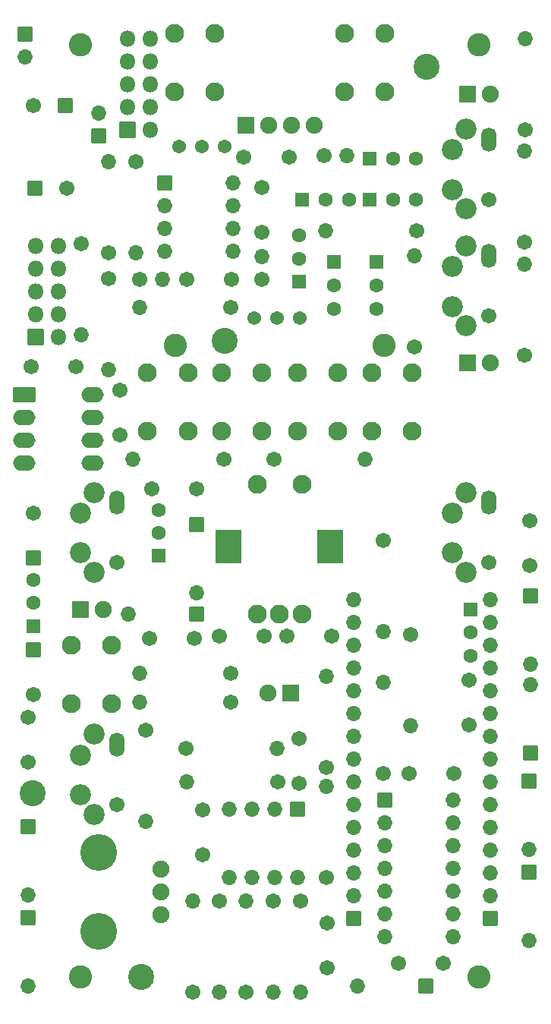
<source format=gbr>
%TF.GenerationSoftware,KiCad,Pcbnew,(6.0.1)*%
%TF.CreationDate,2022-11-27T12:18:11-08:00*%
%TF.ProjectId,Spankulator,5370616e-6b75-46c6-9174-6f722e6b6963,5.0*%
%TF.SameCoordinates,Original*%
%TF.FileFunction,Soldermask,Bot*%
%TF.FilePolarity,Negative*%
%FSLAX46Y46*%
G04 Gerber Fmt 4.6, Leading zero omitted, Abs format (unit mm)*
G04 Created by KiCad (PCBNEW (6.0.1)) date 2022-11-27 12:18:11*
%MOMM*%
%LPD*%
G01*
G04 APERTURE LIST*
G04 Aperture macros list*
%AMRoundRect*
0 Rectangle with rounded corners*
0 $1 Rounding radius*
0 $2 $3 $4 $5 $6 $7 $8 $9 X,Y pos of 4 corners*
0 Add a 4 corners polygon primitive as box body*
4,1,4,$2,$3,$4,$5,$6,$7,$8,$9,$2,$3,0*
0 Add four circle primitives for the rounded corners*
1,1,$1+$1,$2,$3*
1,1,$1+$1,$4,$5*
1,1,$1+$1,$6,$7*
1,1,$1+$1,$8,$9*
0 Add four rect primitives between the rounded corners*
20,1,$1+$1,$2,$3,$4,$5,0*
20,1,$1+$1,$4,$5,$6,$7,0*
20,1,$1+$1,$6,$7,$8,$9,0*
20,1,$1+$1,$8,$9,$2,$3,0*%
G04 Aperture macros list end*
%ADD10RoundRect,0.051000X0.800000X0.800000X-0.800000X0.800000X-0.800000X-0.800000X0.800000X-0.800000X0*%
%ADD11C,1.702000*%
%ADD12RoundRect,0.051000X-0.800000X-0.800000X0.800000X-0.800000X0.800000X0.800000X-0.800000X0.800000X0*%
%ADD13RoundRect,0.051000X-0.900000X-0.900000X0.900000X-0.900000X0.900000X0.900000X-0.900000X0.900000X0*%
%ADD14C,1.902000*%
%ADD15C,2.352000*%
%ADD16O,1.702000X2.702000*%
%ADD17O,1.702000X1.702000*%
%ADD18C,2.102000*%
%ADD19RoundRect,0.051000X-1.400000X-1.800000X1.400000X-1.800000X1.400000X1.800000X-1.400000X1.800000X0*%
%ADD20C,2.902000*%
%ADD21C,2.602000*%
%ADD22RoundRect,0.051000X0.900000X0.900000X-0.900000X0.900000X-0.900000X-0.900000X0.900000X-0.900000X0*%
%ADD23C,4.102000*%
%ADD24RoundRect,0.051000X-0.800000X0.800000X-0.800000X-0.800000X0.800000X-0.800000X0.800000X0.800000X0*%
%ADD25RoundRect,0.051000X0.800000X-0.800000X0.800000X0.800000X-0.800000X0.800000X-0.800000X-0.800000X0*%
%ADD26RoundRect,0.051000X-0.750000X0.750000X-0.750000X-0.750000X0.750000X-0.750000X0.750000X0.750000X0*%
%ADD27C,1.602000*%
%ADD28RoundRect,0.051000X0.750000X0.750000X-0.750000X0.750000X-0.750000X-0.750000X0.750000X-0.750000X0*%
%ADD29RoundRect,0.051000X-1.200000X-0.800000X1.200000X-0.800000X1.200000X0.800000X-1.200000X0.800000X0*%
%ADD30O,2.502000X1.702000*%
%ADD31RoundRect,0.051000X0.750000X-0.750000X0.750000X0.750000X-0.750000X0.750000X-0.750000X-0.750000X0*%
%ADD32RoundRect,0.051000X-0.850000X-0.850000X0.850000X-0.850000X0.850000X0.850000X-0.850000X0.850000X0*%
%ADD33O,1.802000X1.802000*%
%ADD34C,1.542000*%
G04 APERTURE END LIST*
D10*
X61280000Y-49320000D03*
D11*
X57780000Y-49320000D03*
D12*
X57960000Y-58480000D03*
D11*
X61460000Y-58480000D03*
D13*
X106160000Y-48000000D03*
D14*
X108700000Y-48000000D03*
D13*
X63000000Y-105500000D03*
D14*
X65540000Y-105500000D03*
D15*
X64500000Y-101330000D03*
X64500000Y-92430000D03*
X63000000Y-99180000D03*
X63000000Y-94730000D03*
D16*
X67050000Y-93590000D03*
D11*
X67050000Y-100270000D03*
D15*
X106000000Y-60830000D03*
X106000000Y-51930000D03*
X104500000Y-58680000D03*
X104500000Y-54230000D03*
D16*
X108550000Y-53090000D03*
D11*
X108550000Y-59770000D03*
D15*
X106000000Y-73830000D03*
X106000000Y-64930000D03*
X104500000Y-71680000D03*
X104500000Y-67230000D03*
D16*
X108550000Y-66090000D03*
D11*
X108550000Y-72770000D03*
D15*
X106000000Y-101330000D03*
X106000000Y-92430000D03*
X104500000Y-99180000D03*
X104500000Y-94730000D03*
D16*
X108550000Y-93590000D03*
D11*
X108550000Y-100270000D03*
D15*
X64500000Y-128330000D03*
X64500000Y-119430000D03*
X63000000Y-126180000D03*
X63000000Y-121730000D03*
D16*
X67050000Y-120590000D03*
D11*
X67050000Y-127270000D03*
X79800000Y-112600000D03*
D17*
X69640000Y-112600000D03*
D11*
X96750000Y-123750000D03*
D17*
X96750000Y-113590000D03*
D11*
X79800000Y-115800000D03*
D17*
X69640000Y-115800000D03*
D11*
X69230000Y-55560000D03*
D17*
X69230000Y-65720000D03*
D11*
X100250000Y-76250000D03*
D17*
X100250000Y-66090000D03*
D18*
X82700000Y-91500000D03*
X87700000Y-91500000D03*
D19*
X90900000Y-98500000D03*
X79500000Y-98500000D03*
D18*
X82700000Y-106000000D03*
X87700000Y-106000000D03*
X85200000Y-106000000D03*
X62000000Y-116000000D03*
X62000000Y-109500000D03*
X66500000Y-109500000D03*
X66500000Y-116000000D03*
X87250000Y-85600000D03*
X87250000Y-79100000D03*
X91750000Y-85600000D03*
X91750000Y-79100000D03*
X70500000Y-79100000D03*
X70500000Y-85600000D03*
X75000000Y-85600000D03*
X75000000Y-79100000D03*
X78750000Y-79100000D03*
X78750000Y-85600000D03*
X83250000Y-85600000D03*
X83250000Y-79100000D03*
X95500000Y-85600000D03*
X95500000Y-79100000D03*
X100000000Y-79100000D03*
X100000000Y-85600000D03*
D20*
X69750000Y-146500000D03*
D12*
X97000000Y-126750000D03*
D17*
X97000000Y-129290000D03*
X97000000Y-131830000D03*
X97000000Y-134370000D03*
X97000000Y-136910000D03*
X97000000Y-139450000D03*
X97000000Y-141990000D03*
X104620000Y-141990000D03*
X104620000Y-139450000D03*
X104620000Y-136910000D03*
X104620000Y-134370000D03*
X104620000Y-131830000D03*
X104620000Y-129290000D03*
X104620000Y-126750000D03*
D18*
X92500000Y-41250000D03*
X92500000Y-47750000D03*
X97000000Y-47750000D03*
X97000000Y-41250000D03*
D21*
X107500000Y-146500000D03*
X63000000Y-146500000D03*
X63000000Y-42500000D03*
X107500000Y-42500000D03*
D11*
X70700000Y-108750000D03*
X75700000Y-108750000D03*
X104700000Y-123800000D03*
X99700000Y-123800000D03*
X81250000Y-55050000D03*
X86250000Y-55050000D03*
X74840000Y-68690000D03*
X79840000Y-68690000D03*
D13*
X106160000Y-78000000D03*
D14*
X108700000Y-78000000D03*
D13*
X81440000Y-51500000D03*
D14*
X83980000Y-51500000D03*
X86520000Y-51500000D03*
X89060000Y-51500000D03*
D18*
X73500000Y-41250000D03*
X73500000Y-47750000D03*
X78000000Y-47750000D03*
X78000000Y-41250000D03*
D22*
X86470000Y-114800000D03*
D14*
X83930000Y-114800000D03*
D11*
X84500000Y-138000000D03*
D17*
X84500000Y-148160000D03*
D11*
X90400000Y-123100000D03*
D17*
X90400000Y-112940000D03*
D11*
X74800000Y-121000000D03*
D17*
X84960000Y-121000000D03*
D11*
X85000000Y-124700000D03*
D17*
X74840000Y-124700000D03*
D11*
X90400000Y-135400000D03*
D17*
X90400000Y-125240000D03*
D11*
X81500000Y-148150000D03*
D17*
X81500000Y-137990000D03*
D11*
X78500000Y-138000000D03*
D17*
X78500000Y-148160000D03*
D23*
X65000000Y-132600000D03*
X65000000Y-141400000D03*
D14*
X72000000Y-134500000D03*
X72000000Y-137000000D03*
X72000000Y-139500000D03*
D11*
X87400000Y-124900000D03*
X87400000Y-119900000D03*
X86000000Y-108500000D03*
X91000000Y-108500000D03*
X83500000Y-108500000D03*
X78500000Y-108500000D03*
X57150000Y-117500000D03*
X57150000Y-122500000D03*
X87550000Y-138000000D03*
D17*
X87550000Y-148160000D03*
D11*
X79000000Y-88700000D03*
D17*
X68840000Y-88700000D03*
D12*
X72400000Y-57950000D03*
D17*
X72400000Y-60490000D03*
X72400000Y-63030000D03*
X72400000Y-65570000D03*
X80020000Y-65570000D03*
X80020000Y-63030000D03*
X80020000Y-60490000D03*
X80020000Y-57950000D03*
D24*
X87250000Y-127750000D03*
D17*
X84710000Y-127750000D03*
X82170000Y-127750000D03*
X79630000Y-127750000D03*
X79630000Y-135370000D03*
X82170000Y-135370000D03*
X84710000Y-135370000D03*
X87250000Y-135370000D03*
D11*
X112500000Y-64500000D03*
D17*
X112500000Y-54340000D03*
D11*
X76600000Y-132850000D03*
X76600000Y-127850000D03*
D25*
X113230000Y-121500000D03*
D17*
X113230000Y-113880000D03*
D10*
X101500000Y-147500000D03*
D17*
X93880000Y-147500000D03*
D21*
X73550000Y-76000000D03*
X96850000Y-76000000D03*
D26*
X87360000Y-68960000D03*
D27*
X87360000Y-66360000D03*
X87360000Y-63760000D03*
D28*
X87750000Y-59750000D03*
D27*
X90350000Y-59750000D03*
X92950000Y-59750000D03*
D11*
X79810000Y-71776000D03*
D17*
X69650000Y-71776000D03*
D11*
X69610000Y-68670000D03*
D17*
X72150000Y-68670000D03*
D11*
X83250000Y-68670000D03*
D17*
X83250000Y-66130000D03*
D11*
X100500000Y-63250000D03*
D17*
X90340000Y-63250000D03*
D11*
X57530000Y-78420000D03*
X62530000Y-78420000D03*
D29*
X56750000Y-81510000D03*
D30*
X56750000Y-84050000D03*
X56750000Y-86590000D03*
X56750000Y-89130000D03*
X64370000Y-89130000D03*
X64370000Y-86590000D03*
X64370000Y-84050000D03*
X64370000Y-81510000D03*
D24*
X113086000Y-124608000D03*
D17*
X113086000Y-132228000D03*
D24*
X113086000Y-134768000D03*
D17*
X113086000Y-142388000D03*
D24*
X75930000Y-96040000D03*
D17*
X75930000Y-103660000D03*
D10*
X75970000Y-106040000D03*
D17*
X68350000Y-106040000D03*
D24*
X113230000Y-103980000D03*
D17*
X113230000Y-111600000D03*
D11*
X84600000Y-88700000D03*
D17*
X94760000Y-88700000D03*
D26*
X57750000Y-107374999D03*
D27*
X57750000Y-104774999D03*
X57750000Y-102174999D03*
D24*
X57750000Y-110000000D03*
D11*
X57750000Y-115000000D03*
D25*
X57750000Y-99750000D03*
D11*
X57750000Y-94750000D03*
X90500000Y-140500000D03*
X90500000Y-145500000D03*
X75500000Y-148160000D03*
D17*
X75500000Y-138000000D03*
D31*
X96000000Y-66750000D03*
D27*
X96000000Y-69350000D03*
X96000000Y-71950000D03*
D28*
X95250000Y-59750000D03*
D27*
X97850000Y-59750000D03*
X100450000Y-59750000D03*
D11*
X90155000Y-54870000D03*
D17*
X92695000Y-54870000D03*
D31*
X91250000Y-66750000D03*
D27*
X91250000Y-69350000D03*
X91250000Y-71950000D03*
D28*
X95250000Y-55250000D03*
D27*
X97850000Y-55250000D03*
X100450000Y-55250000D03*
D11*
X112650000Y-52000000D03*
D17*
X112650000Y-41840000D03*
D11*
X70250000Y-119000000D03*
D17*
X70250000Y-129160000D03*
D11*
X66120000Y-68600000D03*
D17*
X66120000Y-78760000D03*
D11*
X66150000Y-65730000D03*
D17*
X66150000Y-55570000D03*
D11*
X63100000Y-64664000D03*
D17*
X63100000Y-74824000D03*
D24*
X57206000Y-139848000D03*
D17*
X57206000Y-147468000D03*
D11*
X103484800Y-144928000D03*
X98484800Y-144928000D03*
D24*
X57206000Y-129688000D03*
D17*
X57206000Y-137308000D03*
D31*
X71750000Y-99462000D03*
D27*
X71750000Y-96922000D03*
X71750000Y-94382000D03*
D11*
X113110000Y-100610000D03*
X113110000Y-95610000D03*
X71000000Y-92000000D03*
X76000000Y-92000000D03*
X67424000Y-81031200D03*
X67424000Y-86031200D03*
X83250000Y-58420000D03*
X83250000Y-63420000D03*
D25*
X65080000Y-52704315D03*
D17*
X65080000Y-50164315D03*
D11*
X106350000Y-113350000D03*
X106350000Y-118350000D03*
D31*
X106500000Y-105475000D03*
D27*
X106500000Y-108075000D03*
X106500000Y-110675000D03*
D11*
X99800000Y-108270000D03*
D17*
X99800000Y-118430000D03*
D11*
X112500000Y-77150000D03*
D17*
X112500000Y-66990000D03*
D24*
X56830000Y-41300000D03*
D17*
X56830000Y-43840000D03*
D11*
X96750000Y-97820000D03*
D17*
X96750000Y-107980000D03*
D20*
X101620000Y-44930000D03*
D32*
X57980000Y-75090000D03*
D33*
X60520000Y-75090000D03*
X57980000Y-72550000D03*
X60520000Y-72550000D03*
X57980000Y-70010000D03*
X60520000Y-70010000D03*
X57980000Y-67470000D03*
X60520000Y-67470000D03*
X57980000Y-64930000D03*
X60520000Y-64930000D03*
D34*
X73975000Y-53875000D03*
X76515000Y-53875000D03*
X79055000Y-53875000D03*
X87500000Y-73000000D03*
X84960000Y-73000000D03*
X82420000Y-73000000D03*
D20*
X57700000Y-126000000D03*
D32*
X68250000Y-52000000D03*
D33*
X70790000Y-52000000D03*
X68250000Y-49460000D03*
X70790000Y-49460000D03*
X68250000Y-46920000D03*
X70790000Y-46920000D03*
X68250000Y-44380000D03*
X70790000Y-44380000D03*
X68250000Y-41840000D03*
X70790000Y-41840000D03*
D20*
X79100000Y-75500000D03*
D12*
X93500000Y-140000000D03*
D17*
X93500000Y-137460000D03*
X93500000Y-134920000D03*
X93500000Y-132380000D03*
X93500000Y-129840000D03*
X93500000Y-127300000D03*
X93500000Y-124760000D03*
X93500000Y-122220000D03*
X93500000Y-119680000D03*
X93500000Y-117140000D03*
X93500000Y-114600000D03*
X93500000Y-112060000D03*
X93500000Y-109520000D03*
X93500000Y-106980000D03*
X93500000Y-104440000D03*
D12*
X108740000Y-140000000D03*
D17*
X108740000Y-137460000D03*
X108740000Y-134920000D03*
X108740000Y-132380000D03*
X108740000Y-129840000D03*
X108740000Y-127300000D03*
X108740000Y-124760000D03*
X108740000Y-122220000D03*
X108740000Y-119680000D03*
X108740000Y-117140000D03*
X108740000Y-114600000D03*
X108740000Y-112060000D03*
X108740000Y-109520000D03*
X108740000Y-106980000D03*
X108740000Y-104440000D03*
M02*

</source>
